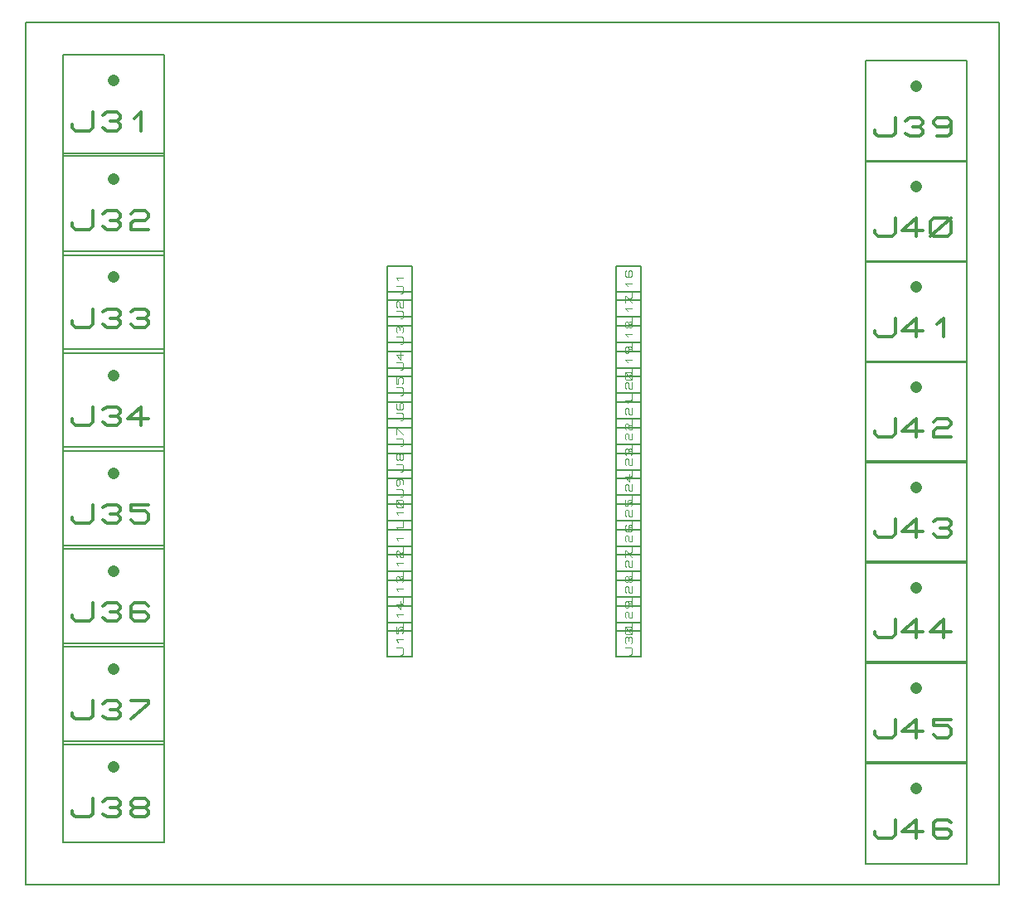
<source format=gbr>
G04 PROTEUS GERBER X2 FILE*
%TF.GenerationSoftware,Labcenter,Proteus,8.10-SP3-Build29560*%
%TF.CreationDate,2021-05-28T10:11:14+00:00*%
%TF.FileFunction,AssemblyDrawing,Top*%
%TF.FilePolarity,Positive*%
%TF.Part,Single*%
%TF.SameCoordinates,{1a505028-ee0b-4b35-8f16-4c51c6c7aedb}*%
%FSLAX45Y45*%
%MOMM*%
G01*
%TA.AperFunction,Material*%
%ADD15C,0.203200*%
%ADD71C,1.219200*%
%ADD20C,0.314280*%
%ADD17C,0.152400*%
%ADD21C,0.115140*%
%TA.AperFunction,Profile*%
%ADD14C,0.203200*%
%TD.AperFunction*%
D15*
X-5842160Y+11019840D02*
X-4805840Y+11019840D01*
X-4805840Y+12056160D01*
X-5842160Y+12056160D01*
X-5842160Y+11019840D01*
D71*
X-5324000Y+11792000D02*
X-5324000Y+11792000D01*
D20*
X-5748279Y+11344011D02*
X-5748279Y+11312583D01*
X-5712923Y+11281155D01*
X-5571496Y+11281155D01*
X-5536140Y+11312583D01*
X-5536140Y+11469724D01*
X-5430070Y+11438296D02*
X-5394713Y+11469724D01*
X-5288643Y+11469724D01*
X-5253287Y+11438296D01*
X-5253287Y+11406868D01*
X-5288643Y+11375440D01*
X-5253287Y+11344011D01*
X-5253287Y+11312583D01*
X-5288643Y+11281155D01*
X-5394713Y+11281155D01*
X-5430070Y+11312583D01*
X-5359357Y+11375440D02*
X-5288643Y+11375440D01*
X-4970434Y+11406868D02*
X-5005790Y+11375440D01*
X-5111860Y+11375440D01*
X-5147217Y+11406868D01*
X-5147217Y+11438296D01*
X-5111860Y+11469724D01*
X-5005790Y+11469724D01*
X-4970434Y+11438296D01*
X-4970434Y+11312583D01*
X-5005790Y+11281155D01*
X-5111860Y+11281155D01*
D15*
X-5842160Y+9995840D02*
X-4805840Y+9995840D01*
X-4805840Y+11032160D01*
X-5842160Y+11032160D01*
X-5842160Y+9995840D01*
D71*
X-5324000Y+10768000D02*
X-5324000Y+10768000D01*
D20*
X-5748279Y+10320011D02*
X-5748279Y+10288583D01*
X-5712923Y+10257155D01*
X-5571496Y+10257155D01*
X-5536140Y+10288583D01*
X-5536140Y+10445724D01*
X-5253287Y+10320011D02*
X-5465426Y+10320011D01*
X-5324000Y+10445724D01*
X-5324000Y+10257155D01*
X-5182573Y+10288583D02*
X-5182573Y+10414296D01*
X-5147217Y+10445724D01*
X-5005790Y+10445724D01*
X-4970434Y+10414296D01*
X-4970434Y+10288583D01*
X-5005790Y+10257155D01*
X-5147217Y+10257155D01*
X-5182573Y+10288583D01*
X-5182573Y+10257155D02*
X-4970434Y+10445724D01*
D15*
X-5842160Y+8971840D02*
X-4805840Y+8971840D01*
X-4805840Y+10008160D01*
X-5842160Y+10008160D01*
X-5842160Y+8971840D01*
D71*
X-5324000Y+9744000D02*
X-5324000Y+9744000D01*
D20*
X-5748279Y+9296011D02*
X-5748279Y+9264583D01*
X-5712923Y+9233155D01*
X-5571496Y+9233155D01*
X-5536140Y+9264583D01*
X-5536140Y+9421724D01*
X-5253287Y+9296011D02*
X-5465426Y+9296011D01*
X-5324000Y+9421724D01*
X-5324000Y+9233155D01*
X-5111860Y+9358868D02*
X-5041147Y+9421724D01*
X-5041147Y+9233155D01*
D15*
X-5842160Y+7947840D02*
X-4805840Y+7947840D01*
X-4805840Y+8984160D01*
X-5842160Y+8984160D01*
X-5842160Y+7947840D01*
D71*
X-5324000Y+8720000D02*
X-5324000Y+8720000D01*
D20*
X-5748279Y+8272011D02*
X-5748279Y+8240583D01*
X-5712923Y+8209155D01*
X-5571496Y+8209155D01*
X-5536140Y+8240583D01*
X-5536140Y+8397724D01*
X-5253287Y+8272011D02*
X-5465426Y+8272011D01*
X-5324000Y+8397724D01*
X-5324000Y+8209155D01*
X-5147217Y+8366296D02*
X-5111860Y+8397724D01*
X-5005790Y+8397724D01*
X-4970434Y+8366296D01*
X-4970434Y+8334868D01*
X-5005790Y+8303440D01*
X-5111860Y+8303440D01*
X-5147217Y+8272011D01*
X-5147217Y+8209155D01*
X-4970434Y+8209155D01*
D15*
X-5842160Y+6923840D02*
X-4805840Y+6923840D01*
X-4805840Y+7960160D01*
X-5842160Y+7960160D01*
X-5842160Y+6923840D01*
D71*
X-5324000Y+7696000D02*
X-5324000Y+7696000D01*
D20*
X-5748279Y+7248011D02*
X-5748279Y+7216583D01*
X-5712923Y+7185155D01*
X-5571496Y+7185155D01*
X-5536140Y+7216583D01*
X-5536140Y+7373724D01*
X-5253287Y+7248011D02*
X-5465426Y+7248011D01*
X-5324000Y+7373724D01*
X-5324000Y+7185155D01*
X-5147217Y+7342296D02*
X-5111860Y+7373724D01*
X-5005790Y+7373724D01*
X-4970434Y+7342296D01*
X-4970434Y+7310868D01*
X-5005790Y+7279440D01*
X-4970434Y+7248011D01*
X-4970434Y+7216583D01*
X-5005790Y+7185155D01*
X-5111860Y+7185155D01*
X-5147217Y+7216583D01*
X-5076504Y+7279440D02*
X-5005790Y+7279440D01*
D15*
X-5842160Y+5899840D02*
X-4805840Y+5899840D01*
X-4805840Y+6936160D01*
X-5842160Y+6936160D01*
X-5842160Y+5899840D01*
D71*
X-5324000Y+6672000D02*
X-5324000Y+6672000D01*
D20*
X-5748279Y+6224011D02*
X-5748279Y+6192583D01*
X-5712923Y+6161155D01*
X-5571496Y+6161155D01*
X-5536140Y+6192583D01*
X-5536140Y+6349724D01*
X-5253287Y+6224011D02*
X-5465426Y+6224011D01*
X-5324000Y+6349724D01*
X-5324000Y+6161155D01*
X-4970434Y+6224011D02*
X-5182573Y+6224011D01*
X-5041147Y+6349724D01*
X-5041147Y+6161155D01*
D15*
X-5842160Y+4875840D02*
X-4805840Y+4875840D01*
X-4805840Y+5912160D01*
X-5842160Y+5912160D01*
X-5842160Y+4875840D01*
D71*
X-5324000Y+5648000D02*
X-5324000Y+5648000D01*
D20*
X-5748279Y+5200011D02*
X-5748279Y+5168583D01*
X-5712923Y+5137155D01*
X-5571496Y+5137155D01*
X-5536140Y+5168583D01*
X-5536140Y+5325724D01*
X-5253287Y+5200011D02*
X-5465426Y+5200011D01*
X-5324000Y+5325724D01*
X-5324000Y+5137155D01*
X-4970434Y+5325724D02*
X-5147217Y+5325724D01*
X-5147217Y+5262868D01*
X-5005790Y+5262868D01*
X-4970434Y+5231440D01*
X-4970434Y+5168583D01*
X-5005790Y+5137155D01*
X-5111860Y+5137155D01*
X-5147217Y+5168583D01*
D15*
X-5842160Y+3851840D02*
X-4805840Y+3851840D01*
X-4805840Y+4888160D01*
X-5842160Y+4888160D01*
X-5842160Y+3851840D01*
D71*
X-5324000Y+4624000D02*
X-5324000Y+4624000D01*
D20*
X-5748279Y+4176011D02*
X-5748279Y+4144583D01*
X-5712923Y+4113155D01*
X-5571496Y+4113155D01*
X-5536140Y+4144583D01*
X-5536140Y+4301724D01*
X-5253287Y+4176011D02*
X-5465426Y+4176011D01*
X-5324000Y+4301724D01*
X-5324000Y+4113155D01*
X-4970434Y+4270296D02*
X-5005790Y+4301724D01*
X-5111860Y+4301724D01*
X-5147217Y+4270296D01*
X-5147217Y+4144583D01*
X-5111860Y+4113155D01*
X-5005790Y+4113155D01*
X-4970434Y+4144583D01*
X-4970434Y+4176011D01*
X-5005790Y+4207440D01*
X-5147217Y+4207440D01*
D17*
X-10725400Y+9604740D02*
X-10473940Y+9604740D01*
X-10473940Y+9955260D01*
X-10725400Y+9955260D01*
X-10725400Y+9604740D01*
X-10473940Y+9604740D01*
X-10473940Y+9955260D01*
X-10725400Y+9955260D01*
X-10725400Y+9604740D01*
D21*
X-10588155Y+9676369D02*
X-10576640Y+9676369D01*
X-10565126Y+9689322D01*
X-10565126Y+9741138D01*
X-10576640Y+9754092D01*
X-10634213Y+9754092D01*
X-10611184Y+9805907D02*
X-10634213Y+9831815D01*
X-10565126Y+9831815D01*
D17*
X-10725400Y+9344740D02*
X-10473940Y+9344740D01*
X-10473940Y+9695260D01*
X-10725400Y+9695260D01*
X-10725400Y+9344740D01*
X-10473940Y+9344740D01*
X-10473940Y+9695260D01*
X-10725400Y+9695260D01*
X-10725400Y+9344740D01*
D21*
X-10588155Y+9416369D02*
X-10576640Y+9416369D01*
X-10565126Y+9429322D01*
X-10565126Y+9481138D01*
X-10576640Y+9494092D01*
X-10634213Y+9494092D01*
X-10622699Y+9532953D02*
X-10634213Y+9545907D01*
X-10634213Y+9584769D01*
X-10622699Y+9597723D01*
X-10611184Y+9597723D01*
X-10599670Y+9584769D01*
X-10599670Y+9545907D01*
X-10588155Y+9532953D01*
X-10565126Y+9532953D01*
X-10565126Y+9597723D01*
D17*
X-10725400Y+9084740D02*
X-10473940Y+9084740D01*
X-10473940Y+9435260D01*
X-10725400Y+9435260D01*
X-10725400Y+9084740D01*
X-10473940Y+9084740D01*
X-10473940Y+9435260D01*
X-10725400Y+9435260D01*
X-10725400Y+9084740D01*
D21*
X-10588155Y+9156369D02*
X-10576640Y+9156369D01*
X-10565126Y+9169322D01*
X-10565126Y+9221138D01*
X-10576640Y+9234092D01*
X-10634213Y+9234092D01*
X-10622699Y+9272953D02*
X-10634213Y+9285907D01*
X-10634213Y+9324769D01*
X-10622699Y+9337723D01*
X-10611184Y+9337723D01*
X-10599670Y+9324769D01*
X-10588155Y+9337723D01*
X-10576640Y+9337723D01*
X-10565126Y+9324769D01*
X-10565126Y+9285907D01*
X-10576640Y+9272953D01*
X-10599670Y+9298861D02*
X-10599670Y+9324769D01*
D17*
X-10725400Y+8824740D02*
X-10473940Y+8824740D01*
X-10473940Y+9175260D01*
X-10725400Y+9175260D01*
X-10725400Y+8824740D01*
X-10473940Y+8824740D01*
X-10473940Y+9175260D01*
X-10725400Y+9175260D01*
X-10725400Y+8824740D01*
D21*
X-10588155Y+8896369D02*
X-10576640Y+8896369D01*
X-10565126Y+8909322D01*
X-10565126Y+8961138D01*
X-10576640Y+8974092D01*
X-10634213Y+8974092D01*
X-10588155Y+9077723D02*
X-10588155Y+9000000D01*
X-10634213Y+9051815D01*
X-10565126Y+9051815D01*
D17*
X-10725400Y+8564740D02*
X-10473940Y+8564740D01*
X-10473940Y+8915260D01*
X-10725400Y+8915260D01*
X-10725400Y+8564740D01*
X-10473940Y+8564740D01*
X-10473940Y+8915260D01*
X-10725400Y+8915260D01*
X-10725400Y+8564740D01*
D21*
X-10588155Y+8636369D02*
X-10576640Y+8636369D01*
X-10565126Y+8649322D01*
X-10565126Y+8701138D01*
X-10576640Y+8714092D01*
X-10634213Y+8714092D01*
X-10634213Y+8817723D02*
X-10634213Y+8752953D01*
X-10611184Y+8752953D01*
X-10611184Y+8804769D01*
X-10599670Y+8817723D01*
X-10576640Y+8817723D01*
X-10565126Y+8804769D01*
X-10565126Y+8765907D01*
X-10576640Y+8752953D01*
D17*
X-10725400Y+8304740D02*
X-10473940Y+8304740D01*
X-10473940Y+8655260D01*
X-10725400Y+8655260D01*
X-10725400Y+8304740D01*
X-10473940Y+8304740D01*
X-10473940Y+8655260D01*
X-10725400Y+8655260D01*
X-10725400Y+8304740D01*
D21*
X-10588155Y+8376369D02*
X-10576640Y+8376369D01*
X-10565126Y+8389322D01*
X-10565126Y+8441138D01*
X-10576640Y+8454092D01*
X-10634213Y+8454092D01*
X-10622699Y+8557723D02*
X-10634213Y+8544769D01*
X-10634213Y+8505907D01*
X-10622699Y+8492953D01*
X-10576640Y+8492953D01*
X-10565126Y+8505907D01*
X-10565126Y+8544769D01*
X-10576640Y+8557723D01*
X-10588155Y+8557723D01*
X-10599670Y+8544769D01*
X-10599670Y+8492953D01*
D17*
X-10725400Y+8044740D02*
X-10473940Y+8044740D01*
X-10473940Y+8395260D01*
X-10725400Y+8395260D01*
X-10725400Y+8044740D01*
X-10473940Y+8044740D01*
X-10473940Y+8395260D01*
X-10725400Y+8395260D01*
X-10725400Y+8044740D01*
D21*
X-10588155Y+8116369D02*
X-10576640Y+8116369D01*
X-10565126Y+8129322D01*
X-10565126Y+8181138D01*
X-10576640Y+8194092D01*
X-10634213Y+8194092D01*
X-10634213Y+8232953D02*
X-10634213Y+8297723D01*
X-10622699Y+8297723D01*
X-10565126Y+8232953D01*
D17*
X-10725400Y+7784740D02*
X-10473940Y+7784740D01*
X-10473940Y+8135260D01*
X-10725400Y+8135260D01*
X-10725400Y+7784740D01*
X-10473940Y+7784740D01*
X-10473940Y+8135260D01*
X-10725400Y+8135260D01*
X-10725400Y+7784740D01*
D21*
X-10588155Y+7856369D02*
X-10576640Y+7856369D01*
X-10565126Y+7869322D01*
X-10565126Y+7921138D01*
X-10576640Y+7934092D01*
X-10634213Y+7934092D01*
X-10599670Y+7985907D02*
X-10611184Y+7972953D01*
X-10622699Y+7972953D01*
X-10634213Y+7985907D01*
X-10634213Y+8024769D01*
X-10622699Y+8037723D01*
X-10611184Y+8037723D01*
X-10599670Y+8024769D01*
X-10599670Y+7985907D01*
X-10588155Y+7972953D01*
X-10576640Y+7972953D01*
X-10565126Y+7985907D01*
X-10565126Y+8024769D01*
X-10576640Y+8037723D01*
X-10588155Y+8037723D01*
X-10599670Y+8024769D01*
D17*
X-10725400Y+7524740D02*
X-10473940Y+7524740D01*
X-10473940Y+7875260D01*
X-10725400Y+7875260D01*
X-10725400Y+7524740D01*
X-10473940Y+7524740D01*
X-10473940Y+7875260D01*
X-10725400Y+7875260D01*
X-10725400Y+7524740D01*
D21*
X-10588155Y+7596369D02*
X-10576640Y+7596369D01*
X-10565126Y+7609322D01*
X-10565126Y+7661138D01*
X-10576640Y+7674092D01*
X-10634213Y+7674092D01*
X-10611184Y+7777723D02*
X-10599670Y+7764769D01*
X-10599670Y+7725907D01*
X-10611184Y+7712953D01*
X-10622699Y+7712953D01*
X-10634213Y+7725907D01*
X-10634213Y+7764769D01*
X-10622699Y+7777723D01*
X-10576640Y+7777723D01*
X-10565126Y+7764769D01*
X-10565126Y+7725907D01*
D17*
X-10725400Y+7264740D02*
X-10473940Y+7264740D01*
X-10473940Y+7615260D01*
X-10725400Y+7615260D01*
X-10725400Y+7264740D01*
X-10473940Y+7264740D01*
X-10473940Y+7615260D01*
X-10725400Y+7615260D01*
X-10725400Y+7264740D01*
D21*
X-10588155Y+7284554D02*
X-10576640Y+7284554D01*
X-10565126Y+7297507D01*
X-10565126Y+7349323D01*
X-10576640Y+7362277D01*
X-10634213Y+7362277D01*
X-10611184Y+7414092D02*
X-10634213Y+7440000D01*
X-10565126Y+7440000D01*
X-10576640Y+7491816D02*
X-10622699Y+7491816D01*
X-10634213Y+7504769D01*
X-10634213Y+7556585D01*
X-10622699Y+7569539D01*
X-10576640Y+7569539D01*
X-10565126Y+7556585D01*
X-10565126Y+7504769D01*
X-10576640Y+7491816D01*
X-10565126Y+7491816D02*
X-10634213Y+7569539D01*
D17*
X-10725400Y+7004740D02*
X-10473940Y+7004740D01*
X-10473940Y+7355260D01*
X-10725400Y+7355260D01*
X-10725400Y+7004740D01*
X-10473940Y+7004740D01*
X-10473940Y+7355260D01*
X-10725400Y+7355260D01*
X-10725400Y+7004740D01*
D21*
X-10588155Y+7024554D02*
X-10576640Y+7024554D01*
X-10565126Y+7037507D01*
X-10565126Y+7089323D01*
X-10576640Y+7102277D01*
X-10634213Y+7102277D01*
X-10611184Y+7154092D02*
X-10634213Y+7180000D01*
X-10565126Y+7180000D01*
X-10611184Y+7257723D02*
X-10634213Y+7283631D01*
X-10565126Y+7283631D01*
D17*
X-10725400Y+6744740D02*
X-10473940Y+6744740D01*
X-10473940Y+7095260D01*
X-10725400Y+7095260D01*
X-10725400Y+6744740D01*
X-10473940Y+6744740D01*
X-10473940Y+7095260D01*
X-10725400Y+7095260D01*
X-10725400Y+6744740D01*
D21*
X-10588155Y+6764554D02*
X-10576640Y+6764554D01*
X-10565126Y+6777507D01*
X-10565126Y+6829323D01*
X-10576640Y+6842277D01*
X-10634213Y+6842277D01*
X-10611184Y+6894092D02*
X-10634213Y+6920000D01*
X-10565126Y+6920000D01*
X-10622699Y+6984769D02*
X-10634213Y+6997723D01*
X-10634213Y+7036585D01*
X-10622699Y+7049539D01*
X-10611184Y+7049539D01*
X-10599670Y+7036585D01*
X-10599670Y+6997723D01*
X-10588155Y+6984769D01*
X-10565126Y+6984769D01*
X-10565126Y+7049539D01*
D17*
X-10725400Y+6484740D02*
X-10473940Y+6484740D01*
X-10473940Y+6835260D01*
X-10725400Y+6835260D01*
X-10725400Y+6484740D01*
X-10473940Y+6484740D01*
X-10473940Y+6835260D01*
X-10725400Y+6835260D01*
X-10725400Y+6484740D01*
D21*
X-10588155Y+6504554D02*
X-10576640Y+6504554D01*
X-10565126Y+6517507D01*
X-10565126Y+6569323D01*
X-10576640Y+6582277D01*
X-10634213Y+6582277D01*
X-10611184Y+6634092D02*
X-10634213Y+6660000D01*
X-10565126Y+6660000D01*
X-10622699Y+6724769D02*
X-10634213Y+6737723D01*
X-10634213Y+6776585D01*
X-10622699Y+6789539D01*
X-10611184Y+6789539D01*
X-10599670Y+6776585D01*
X-10588155Y+6789539D01*
X-10576640Y+6789539D01*
X-10565126Y+6776585D01*
X-10565126Y+6737723D01*
X-10576640Y+6724769D01*
X-10599670Y+6750677D02*
X-10599670Y+6776585D01*
D17*
X-10725400Y+6224740D02*
X-10473940Y+6224740D01*
X-10473940Y+6575260D01*
X-10725400Y+6575260D01*
X-10725400Y+6224740D01*
X-10473940Y+6224740D01*
X-10473940Y+6575260D01*
X-10725400Y+6575260D01*
X-10725400Y+6224740D01*
D21*
X-10588155Y+6244554D02*
X-10576640Y+6244554D01*
X-10565126Y+6257507D01*
X-10565126Y+6309323D01*
X-10576640Y+6322277D01*
X-10634213Y+6322277D01*
X-10611184Y+6374092D02*
X-10634213Y+6400000D01*
X-10565126Y+6400000D01*
X-10588155Y+6529539D02*
X-10588155Y+6451816D01*
X-10634213Y+6503631D01*
X-10565126Y+6503631D01*
D17*
X-10725400Y+5964740D02*
X-10473940Y+5964740D01*
X-10473940Y+6315260D01*
X-10725400Y+6315260D01*
X-10725400Y+5964740D01*
X-10473940Y+5964740D01*
X-10473940Y+6315260D01*
X-10725400Y+6315260D01*
X-10725400Y+5964740D01*
D21*
X-10588155Y+5984554D02*
X-10576640Y+5984554D01*
X-10565126Y+5997507D01*
X-10565126Y+6049323D01*
X-10576640Y+6062277D01*
X-10634213Y+6062277D01*
X-10611184Y+6114092D02*
X-10634213Y+6140000D01*
X-10565126Y+6140000D01*
X-10634213Y+6269539D02*
X-10634213Y+6204769D01*
X-10611184Y+6204769D01*
X-10611184Y+6256585D01*
X-10599670Y+6269539D01*
X-10576640Y+6269539D01*
X-10565126Y+6256585D01*
X-10565126Y+6217723D01*
X-10576640Y+6204769D01*
D17*
X-8134600Y+9955260D02*
X-8386060Y+9955260D01*
X-8386060Y+9604740D01*
X-8134600Y+9604740D01*
X-8134600Y+9955260D01*
X-8386060Y+9955260D01*
X-8386060Y+9604740D01*
X-8134600Y+9604740D01*
X-8134600Y+9955260D01*
D21*
X-8248815Y+9624554D02*
X-8237300Y+9624554D01*
X-8225786Y+9637507D01*
X-8225786Y+9689323D01*
X-8237300Y+9702277D01*
X-8294873Y+9702277D01*
X-8271844Y+9754092D02*
X-8294873Y+9780000D01*
X-8225786Y+9780000D01*
X-8283359Y+9909539D02*
X-8294873Y+9896585D01*
X-8294873Y+9857723D01*
X-8283359Y+9844769D01*
X-8237300Y+9844769D01*
X-8225786Y+9857723D01*
X-8225786Y+9896585D01*
X-8237300Y+9909539D01*
X-8248815Y+9909539D01*
X-8260330Y+9896585D01*
X-8260330Y+9844769D01*
D17*
X-8134600Y+9695260D02*
X-8386060Y+9695260D01*
X-8386060Y+9344740D01*
X-8134600Y+9344740D01*
X-8134600Y+9695260D01*
X-8386060Y+9695260D01*
X-8386060Y+9344740D01*
X-8134600Y+9344740D01*
X-8134600Y+9695260D01*
D21*
X-8248815Y+9364554D02*
X-8237300Y+9364554D01*
X-8225786Y+9377507D01*
X-8225786Y+9429323D01*
X-8237300Y+9442277D01*
X-8294873Y+9442277D01*
X-8271844Y+9494092D02*
X-8294873Y+9520000D01*
X-8225786Y+9520000D01*
X-8294873Y+9584769D02*
X-8294873Y+9649539D01*
X-8283359Y+9649539D01*
X-8225786Y+9584769D01*
D17*
X-8134600Y+9435260D02*
X-8386060Y+9435260D01*
X-8386060Y+9084740D01*
X-8134600Y+9084740D01*
X-8134600Y+9435260D01*
X-8386060Y+9435260D01*
X-8386060Y+9084740D01*
X-8134600Y+9084740D01*
X-8134600Y+9435260D01*
D21*
X-8248815Y+9104554D02*
X-8237300Y+9104554D01*
X-8225786Y+9117507D01*
X-8225786Y+9169323D01*
X-8237300Y+9182277D01*
X-8294873Y+9182277D01*
X-8271844Y+9234092D02*
X-8294873Y+9260000D01*
X-8225786Y+9260000D01*
X-8260330Y+9337723D02*
X-8271844Y+9324769D01*
X-8283359Y+9324769D01*
X-8294873Y+9337723D01*
X-8294873Y+9376585D01*
X-8283359Y+9389539D01*
X-8271844Y+9389539D01*
X-8260330Y+9376585D01*
X-8260330Y+9337723D01*
X-8248815Y+9324769D01*
X-8237300Y+9324769D01*
X-8225786Y+9337723D01*
X-8225786Y+9376585D01*
X-8237300Y+9389539D01*
X-8248815Y+9389539D01*
X-8260330Y+9376585D01*
D17*
X-8134600Y+9175260D02*
X-8386060Y+9175260D01*
X-8386060Y+8824740D01*
X-8134600Y+8824740D01*
X-8134600Y+9175260D01*
X-8386060Y+9175260D01*
X-8386060Y+8824740D01*
X-8134600Y+8824740D01*
X-8134600Y+9175260D01*
D21*
X-8248815Y+8844554D02*
X-8237300Y+8844554D01*
X-8225786Y+8857507D01*
X-8225786Y+8909323D01*
X-8237300Y+8922277D01*
X-8294873Y+8922277D01*
X-8271844Y+8974092D02*
X-8294873Y+9000000D01*
X-8225786Y+9000000D01*
X-8271844Y+9129539D02*
X-8260330Y+9116585D01*
X-8260330Y+9077723D01*
X-8271844Y+9064769D01*
X-8283359Y+9064769D01*
X-8294873Y+9077723D01*
X-8294873Y+9116585D01*
X-8283359Y+9129539D01*
X-8237300Y+9129539D01*
X-8225786Y+9116585D01*
X-8225786Y+9077723D01*
D17*
X-8134600Y+8915260D02*
X-8386060Y+8915260D01*
X-8386060Y+8564740D01*
X-8134600Y+8564740D01*
X-8134600Y+8915260D01*
X-8386060Y+8915260D01*
X-8386060Y+8564740D01*
X-8134600Y+8564740D01*
X-8134600Y+8915260D01*
D21*
X-8248815Y+8584554D02*
X-8237300Y+8584554D01*
X-8225786Y+8597507D01*
X-8225786Y+8649323D01*
X-8237300Y+8662277D01*
X-8294873Y+8662277D01*
X-8283359Y+8701138D02*
X-8294873Y+8714092D01*
X-8294873Y+8752954D01*
X-8283359Y+8765908D01*
X-8271844Y+8765908D01*
X-8260330Y+8752954D01*
X-8260330Y+8714092D01*
X-8248815Y+8701138D01*
X-8225786Y+8701138D01*
X-8225786Y+8765908D01*
X-8237300Y+8791816D02*
X-8283359Y+8791816D01*
X-8294873Y+8804769D01*
X-8294873Y+8856585D01*
X-8283359Y+8869539D01*
X-8237300Y+8869539D01*
X-8225786Y+8856585D01*
X-8225786Y+8804769D01*
X-8237300Y+8791816D01*
X-8225786Y+8791816D02*
X-8294873Y+8869539D01*
D17*
X-8134600Y+8655260D02*
X-8386060Y+8655260D01*
X-8386060Y+8304740D01*
X-8134600Y+8304740D01*
X-8134600Y+8655260D01*
X-8386060Y+8655260D01*
X-8386060Y+8304740D01*
X-8134600Y+8304740D01*
X-8134600Y+8655260D01*
D21*
X-8248815Y+8324554D02*
X-8237300Y+8324554D01*
X-8225786Y+8337507D01*
X-8225786Y+8389323D01*
X-8237300Y+8402277D01*
X-8294873Y+8402277D01*
X-8283359Y+8441138D02*
X-8294873Y+8454092D01*
X-8294873Y+8492954D01*
X-8283359Y+8505908D01*
X-8271844Y+8505908D01*
X-8260330Y+8492954D01*
X-8260330Y+8454092D01*
X-8248815Y+8441138D01*
X-8225786Y+8441138D01*
X-8225786Y+8505908D01*
X-8271844Y+8557723D02*
X-8294873Y+8583631D01*
X-8225786Y+8583631D01*
D17*
X-8134600Y+8395260D02*
X-8386060Y+8395260D01*
X-8386060Y+8044740D01*
X-8134600Y+8044740D01*
X-8134600Y+8395260D01*
X-8386060Y+8395260D01*
X-8386060Y+8044740D01*
X-8134600Y+8044740D01*
X-8134600Y+8395260D01*
D21*
X-8248815Y+8064554D02*
X-8237300Y+8064554D01*
X-8225786Y+8077507D01*
X-8225786Y+8129323D01*
X-8237300Y+8142277D01*
X-8294873Y+8142277D01*
X-8283359Y+8181138D02*
X-8294873Y+8194092D01*
X-8294873Y+8232954D01*
X-8283359Y+8245908D01*
X-8271844Y+8245908D01*
X-8260330Y+8232954D01*
X-8260330Y+8194092D01*
X-8248815Y+8181138D01*
X-8225786Y+8181138D01*
X-8225786Y+8245908D01*
X-8283359Y+8284769D02*
X-8294873Y+8297723D01*
X-8294873Y+8336585D01*
X-8283359Y+8349539D01*
X-8271844Y+8349539D01*
X-8260330Y+8336585D01*
X-8260330Y+8297723D01*
X-8248815Y+8284769D01*
X-8225786Y+8284769D01*
X-8225786Y+8349539D01*
D17*
X-8134600Y+8135260D02*
X-8386060Y+8135260D01*
X-8386060Y+7784740D01*
X-8134600Y+7784740D01*
X-8134600Y+8135260D01*
X-8386060Y+8135260D01*
X-8386060Y+7784740D01*
X-8134600Y+7784740D01*
X-8134600Y+8135260D01*
D21*
X-8248815Y+7804554D02*
X-8237300Y+7804554D01*
X-8225786Y+7817507D01*
X-8225786Y+7869323D01*
X-8237300Y+7882277D01*
X-8294873Y+7882277D01*
X-8283359Y+7921138D02*
X-8294873Y+7934092D01*
X-8294873Y+7972954D01*
X-8283359Y+7985908D01*
X-8271844Y+7985908D01*
X-8260330Y+7972954D01*
X-8260330Y+7934092D01*
X-8248815Y+7921138D01*
X-8225786Y+7921138D01*
X-8225786Y+7985908D01*
X-8283359Y+8024769D02*
X-8294873Y+8037723D01*
X-8294873Y+8076585D01*
X-8283359Y+8089539D01*
X-8271844Y+8089539D01*
X-8260330Y+8076585D01*
X-8248815Y+8089539D01*
X-8237300Y+8089539D01*
X-8225786Y+8076585D01*
X-8225786Y+8037723D01*
X-8237300Y+8024769D01*
X-8260330Y+8050677D02*
X-8260330Y+8076585D01*
D17*
X-8134600Y+7875260D02*
X-8386060Y+7875260D01*
X-8386060Y+7524740D01*
X-8134600Y+7524740D01*
X-8134600Y+7875260D01*
X-8386060Y+7875260D01*
X-8386060Y+7524740D01*
X-8134600Y+7524740D01*
X-8134600Y+7875260D01*
D21*
X-8248815Y+7544554D02*
X-8237300Y+7544554D01*
X-8225786Y+7557507D01*
X-8225786Y+7609323D01*
X-8237300Y+7622277D01*
X-8294873Y+7622277D01*
X-8283359Y+7661138D02*
X-8294873Y+7674092D01*
X-8294873Y+7712954D01*
X-8283359Y+7725908D01*
X-8271844Y+7725908D01*
X-8260330Y+7712954D01*
X-8260330Y+7674092D01*
X-8248815Y+7661138D01*
X-8225786Y+7661138D01*
X-8225786Y+7725908D01*
X-8248815Y+7829539D02*
X-8248815Y+7751816D01*
X-8294873Y+7803631D01*
X-8225786Y+7803631D01*
D17*
X-8134600Y+7615260D02*
X-8386060Y+7615260D01*
X-8386060Y+7264740D01*
X-8134600Y+7264740D01*
X-8134600Y+7615260D01*
X-8386060Y+7615260D01*
X-8386060Y+7264740D01*
X-8134600Y+7264740D01*
X-8134600Y+7615260D01*
D21*
X-8248815Y+7284554D02*
X-8237300Y+7284554D01*
X-8225786Y+7297507D01*
X-8225786Y+7349323D01*
X-8237300Y+7362277D01*
X-8294873Y+7362277D01*
X-8283359Y+7401138D02*
X-8294873Y+7414092D01*
X-8294873Y+7452954D01*
X-8283359Y+7465908D01*
X-8271844Y+7465908D01*
X-8260330Y+7452954D01*
X-8260330Y+7414092D01*
X-8248815Y+7401138D01*
X-8225786Y+7401138D01*
X-8225786Y+7465908D01*
X-8294873Y+7569539D02*
X-8294873Y+7504769D01*
X-8271844Y+7504769D01*
X-8271844Y+7556585D01*
X-8260330Y+7569539D01*
X-8237300Y+7569539D01*
X-8225786Y+7556585D01*
X-8225786Y+7517723D01*
X-8237300Y+7504769D01*
D17*
X-8134600Y+7355260D02*
X-8386060Y+7355260D01*
X-8386060Y+7004740D01*
X-8134600Y+7004740D01*
X-8134600Y+7355260D01*
X-8386060Y+7355260D01*
X-8386060Y+7004740D01*
X-8134600Y+7004740D01*
X-8134600Y+7355260D01*
D21*
X-8248815Y+7024554D02*
X-8237300Y+7024554D01*
X-8225786Y+7037507D01*
X-8225786Y+7089323D01*
X-8237300Y+7102277D01*
X-8294873Y+7102277D01*
X-8283359Y+7141138D02*
X-8294873Y+7154092D01*
X-8294873Y+7192954D01*
X-8283359Y+7205908D01*
X-8271844Y+7205908D01*
X-8260330Y+7192954D01*
X-8260330Y+7154092D01*
X-8248815Y+7141138D01*
X-8225786Y+7141138D01*
X-8225786Y+7205908D01*
X-8283359Y+7309539D02*
X-8294873Y+7296585D01*
X-8294873Y+7257723D01*
X-8283359Y+7244769D01*
X-8237300Y+7244769D01*
X-8225786Y+7257723D01*
X-8225786Y+7296585D01*
X-8237300Y+7309539D01*
X-8248815Y+7309539D01*
X-8260330Y+7296585D01*
X-8260330Y+7244769D01*
D17*
X-8134600Y+7095260D02*
X-8386060Y+7095260D01*
X-8386060Y+6744740D01*
X-8134600Y+6744740D01*
X-8134600Y+7095260D01*
X-8386060Y+7095260D01*
X-8386060Y+6744740D01*
X-8134600Y+6744740D01*
X-8134600Y+7095260D01*
D21*
X-8248815Y+6764554D02*
X-8237300Y+6764554D01*
X-8225786Y+6777507D01*
X-8225786Y+6829323D01*
X-8237300Y+6842277D01*
X-8294873Y+6842277D01*
X-8283359Y+6881138D02*
X-8294873Y+6894092D01*
X-8294873Y+6932954D01*
X-8283359Y+6945908D01*
X-8271844Y+6945908D01*
X-8260330Y+6932954D01*
X-8260330Y+6894092D01*
X-8248815Y+6881138D01*
X-8225786Y+6881138D01*
X-8225786Y+6945908D01*
X-8294873Y+6984769D02*
X-8294873Y+7049539D01*
X-8283359Y+7049539D01*
X-8225786Y+6984769D01*
D17*
X-8134600Y+6835260D02*
X-8386060Y+6835260D01*
X-8386060Y+6484740D01*
X-8134600Y+6484740D01*
X-8134600Y+6835260D01*
X-8386060Y+6835260D01*
X-8386060Y+6484740D01*
X-8134600Y+6484740D01*
X-8134600Y+6835260D01*
D21*
X-8248815Y+6504554D02*
X-8237300Y+6504554D01*
X-8225786Y+6517507D01*
X-8225786Y+6569323D01*
X-8237300Y+6582277D01*
X-8294873Y+6582277D01*
X-8283359Y+6621138D02*
X-8294873Y+6634092D01*
X-8294873Y+6672954D01*
X-8283359Y+6685908D01*
X-8271844Y+6685908D01*
X-8260330Y+6672954D01*
X-8260330Y+6634092D01*
X-8248815Y+6621138D01*
X-8225786Y+6621138D01*
X-8225786Y+6685908D01*
X-8260330Y+6737723D02*
X-8271844Y+6724769D01*
X-8283359Y+6724769D01*
X-8294873Y+6737723D01*
X-8294873Y+6776585D01*
X-8283359Y+6789539D01*
X-8271844Y+6789539D01*
X-8260330Y+6776585D01*
X-8260330Y+6737723D01*
X-8248815Y+6724769D01*
X-8237300Y+6724769D01*
X-8225786Y+6737723D01*
X-8225786Y+6776585D01*
X-8237300Y+6789539D01*
X-8248815Y+6789539D01*
X-8260330Y+6776585D01*
D17*
X-8134600Y+6575260D02*
X-8386060Y+6575260D01*
X-8386060Y+6224740D01*
X-8134600Y+6224740D01*
X-8134600Y+6575260D01*
X-8386060Y+6575260D01*
X-8386060Y+6224740D01*
X-8134600Y+6224740D01*
X-8134600Y+6575260D01*
D21*
X-8248815Y+6244554D02*
X-8237300Y+6244554D01*
X-8225786Y+6257507D01*
X-8225786Y+6309323D01*
X-8237300Y+6322277D01*
X-8294873Y+6322277D01*
X-8283359Y+6361138D02*
X-8294873Y+6374092D01*
X-8294873Y+6412954D01*
X-8283359Y+6425908D01*
X-8271844Y+6425908D01*
X-8260330Y+6412954D01*
X-8260330Y+6374092D01*
X-8248815Y+6361138D01*
X-8225786Y+6361138D01*
X-8225786Y+6425908D01*
X-8271844Y+6529539D02*
X-8260330Y+6516585D01*
X-8260330Y+6477723D01*
X-8271844Y+6464769D01*
X-8283359Y+6464769D01*
X-8294873Y+6477723D01*
X-8294873Y+6516585D01*
X-8283359Y+6529539D01*
X-8237300Y+6529539D01*
X-8225786Y+6516585D01*
X-8225786Y+6477723D01*
D17*
X-8134600Y+6315260D02*
X-8386060Y+6315260D01*
X-8386060Y+5964740D01*
X-8134600Y+5964740D01*
X-8134600Y+6315260D01*
X-8386060Y+6315260D01*
X-8386060Y+5964740D01*
X-8134600Y+5964740D01*
X-8134600Y+6315260D01*
D21*
X-8248815Y+5984554D02*
X-8237300Y+5984554D01*
X-8225786Y+5997507D01*
X-8225786Y+6049323D01*
X-8237300Y+6062277D01*
X-8294873Y+6062277D01*
X-8283359Y+6101138D02*
X-8294873Y+6114092D01*
X-8294873Y+6152954D01*
X-8283359Y+6165908D01*
X-8271844Y+6165908D01*
X-8260330Y+6152954D01*
X-8248815Y+6165908D01*
X-8237300Y+6165908D01*
X-8225786Y+6152954D01*
X-8225786Y+6114092D01*
X-8237300Y+6101138D01*
X-8260330Y+6127046D02*
X-8260330Y+6152954D01*
X-8237300Y+6191816D02*
X-8283359Y+6191816D01*
X-8294873Y+6204769D01*
X-8294873Y+6256585D01*
X-8283359Y+6269539D01*
X-8237300Y+6269539D01*
X-8225786Y+6256585D01*
X-8225786Y+6204769D01*
X-8237300Y+6191816D01*
X-8225786Y+6191816D02*
X-8294873Y+6269539D01*
D14*
X-14420000Y+3640000D02*
X-4480000Y+3640000D01*
X-4480000Y+12440000D01*
X-14420000Y+12440000D01*
X-14420000Y+3640000D01*
D15*
X-14038160Y+11075840D02*
X-13001840Y+11075840D01*
X-13001840Y+12112160D01*
X-14038160Y+12112160D01*
X-14038160Y+11075840D01*
D71*
X-13520000Y+11848000D02*
X-13520000Y+11848000D01*
D20*
X-13944279Y+11400011D02*
X-13944279Y+11368583D01*
X-13908923Y+11337155D01*
X-13767496Y+11337155D01*
X-13732140Y+11368583D01*
X-13732140Y+11525724D01*
X-13626070Y+11494296D02*
X-13590713Y+11525724D01*
X-13484643Y+11525724D01*
X-13449287Y+11494296D01*
X-13449287Y+11462868D01*
X-13484643Y+11431440D01*
X-13449287Y+11400011D01*
X-13449287Y+11368583D01*
X-13484643Y+11337155D01*
X-13590713Y+11337155D01*
X-13626070Y+11368583D01*
X-13555357Y+11431440D02*
X-13484643Y+11431440D01*
X-13307860Y+11462868D02*
X-13237147Y+11525724D01*
X-13237147Y+11337155D01*
D15*
X-14038160Y+10067840D02*
X-13001840Y+10067840D01*
X-13001840Y+11104160D01*
X-14038160Y+11104160D01*
X-14038160Y+10067840D01*
D71*
X-13520000Y+10840000D02*
X-13520000Y+10840000D01*
D20*
X-13944279Y+10392011D02*
X-13944279Y+10360583D01*
X-13908923Y+10329155D01*
X-13767496Y+10329155D01*
X-13732140Y+10360583D01*
X-13732140Y+10517724D01*
X-13626070Y+10486296D02*
X-13590713Y+10517724D01*
X-13484643Y+10517724D01*
X-13449287Y+10486296D01*
X-13449287Y+10454868D01*
X-13484643Y+10423440D01*
X-13449287Y+10392011D01*
X-13449287Y+10360583D01*
X-13484643Y+10329155D01*
X-13590713Y+10329155D01*
X-13626070Y+10360583D01*
X-13555357Y+10423440D02*
X-13484643Y+10423440D01*
X-13343217Y+10486296D02*
X-13307860Y+10517724D01*
X-13201790Y+10517724D01*
X-13166434Y+10486296D01*
X-13166434Y+10454868D01*
X-13201790Y+10423440D01*
X-13307860Y+10423440D01*
X-13343217Y+10392011D01*
X-13343217Y+10329155D01*
X-13166434Y+10329155D01*
D15*
X-14038160Y+9067840D02*
X-13001840Y+9067840D01*
X-13001840Y+10104160D01*
X-14038160Y+10104160D01*
X-14038160Y+9067840D01*
D71*
X-13520000Y+9840000D02*
X-13520000Y+9840000D01*
D20*
X-13944279Y+9392011D02*
X-13944279Y+9360583D01*
X-13908923Y+9329155D01*
X-13767496Y+9329155D01*
X-13732140Y+9360583D01*
X-13732140Y+9517724D01*
X-13626070Y+9486296D02*
X-13590713Y+9517724D01*
X-13484643Y+9517724D01*
X-13449287Y+9486296D01*
X-13449287Y+9454868D01*
X-13484643Y+9423440D01*
X-13449287Y+9392011D01*
X-13449287Y+9360583D01*
X-13484643Y+9329155D01*
X-13590713Y+9329155D01*
X-13626070Y+9360583D01*
X-13555357Y+9423440D02*
X-13484643Y+9423440D01*
X-13343217Y+9486296D02*
X-13307860Y+9517724D01*
X-13201790Y+9517724D01*
X-13166434Y+9486296D01*
X-13166434Y+9454868D01*
X-13201790Y+9423440D01*
X-13166434Y+9392011D01*
X-13166434Y+9360583D01*
X-13201790Y+9329155D01*
X-13307860Y+9329155D01*
X-13343217Y+9360583D01*
X-13272504Y+9423440D02*
X-13201790Y+9423440D01*
D15*
X-14038160Y+8067840D02*
X-13001840Y+8067840D01*
X-13001840Y+9104160D01*
X-14038160Y+9104160D01*
X-14038160Y+8067840D01*
D71*
X-13520000Y+8840000D02*
X-13520000Y+8840000D01*
D20*
X-13944279Y+8392011D02*
X-13944279Y+8360583D01*
X-13908923Y+8329155D01*
X-13767496Y+8329155D01*
X-13732140Y+8360583D01*
X-13732140Y+8517724D01*
X-13626070Y+8486296D02*
X-13590713Y+8517724D01*
X-13484643Y+8517724D01*
X-13449287Y+8486296D01*
X-13449287Y+8454868D01*
X-13484643Y+8423440D01*
X-13449287Y+8392011D01*
X-13449287Y+8360583D01*
X-13484643Y+8329155D01*
X-13590713Y+8329155D01*
X-13626070Y+8360583D01*
X-13555357Y+8423440D02*
X-13484643Y+8423440D01*
X-13166434Y+8392011D02*
X-13378573Y+8392011D01*
X-13237147Y+8517724D01*
X-13237147Y+8329155D01*
D15*
X-14038160Y+7067840D02*
X-13001840Y+7067840D01*
X-13001840Y+8104160D01*
X-14038160Y+8104160D01*
X-14038160Y+7067840D01*
D71*
X-13520000Y+7840000D02*
X-13520000Y+7840000D01*
D20*
X-13944279Y+7392011D02*
X-13944279Y+7360583D01*
X-13908923Y+7329155D01*
X-13767496Y+7329155D01*
X-13732140Y+7360583D01*
X-13732140Y+7517724D01*
X-13626070Y+7486296D02*
X-13590713Y+7517724D01*
X-13484643Y+7517724D01*
X-13449287Y+7486296D01*
X-13449287Y+7454868D01*
X-13484643Y+7423440D01*
X-13449287Y+7392011D01*
X-13449287Y+7360583D01*
X-13484643Y+7329155D01*
X-13590713Y+7329155D01*
X-13626070Y+7360583D01*
X-13555357Y+7423440D02*
X-13484643Y+7423440D01*
X-13166434Y+7517724D02*
X-13343217Y+7517724D01*
X-13343217Y+7454868D01*
X-13201790Y+7454868D01*
X-13166434Y+7423440D01*
X-13166434Y+7360583D01*
X-13201790Y+7329155D01*
X-13307860Y+7329155D01*
X-13343217Y+7360583D01*
D15*
X-14038160Y+6067840D02*
X-13001840Y+6067840D01*
X-13001840Y+7104160D01*
X-14038160Y+7104160D01*
X-14038160Y+6067840D01*
D71*
X-13520000Y+6840000D02*
X-13520000Y+6840000D01*
D20*
X-13944279Y+6392011D02*
X-13944279Y+6360583D01*
X-13908923Y+6329155D01*
X-13767496Y+6329155D01*
X-13732140Y+6360583D01*
X-13732140Y+6517724D01*
X-13626070Y+6486296D02*
X-13590713Y+6517724D01*
X-13484643Y+6517724D01*
X-13449287Y+6486296D01*
X-13449287Y+6454868D01*
X-13484643Y+6423440D01*
X-13449287Y+6392011D01*
X-13449287Y+6360583D01*
X-13484643Y+6329155D01*
X-13590713Y+6329155D01*
X-13626070Y+6360583D01*
X-13555357Y+6423440D02*
X-13484643Y+6423440D01*
X-13166434Y+6486296D02*
X-13201790Y+6517724D01*
X-13307860Y+6517724D01*
X-13343217Y+6486296D01*
X-13343217Y+6360583D01*
X-13307860Y+6329155D01*
X-13201790Y+6329155D01*
X-13166434Y+6360583D01*
X-13166434Y+6392011D01*
X-13201790Y+6423440D01*
X-13343217Y+6423440D01*
D15*
X-14038160Y+5067840D02*
X-13001840Y+5067840D01*
X-13001840Y+6104160D01*
X-14038160Y+6104160D01*
X-14038160Y+5067840D01*
D71*
X-13520000Y+5840000D02*
X-13520000Y+5840000D01*
D20*
X-13944279Y+5392011D02*
X-13944279Y+5360583D01*
X-13908923Y+5329155D01*
X-13767496Y+5329155D01*
X-13732140Y+5360583D01*
X-13732140Y+5517724D01*
X-13626070Y+5486296D02*
X-13590713Y+5517724D01*
X-13484643Y+5517724D01*
X-13449287Y+5486296D01*
X-13449287Y+5454868D01*
X-13484643Y+5423440D01*
X-13449287Y+5392011D01*
X-13449287Y+5360583D01*
X-13484643Y+5329155D01*
X-13590713Y+5329155D01*
X-13626070Y+5360583D01*
X-13555357Y+5423440D02*
X-13484643Y+5423440D01*
X-13343217Y+5517724D02*
X-13166434Y+5517724D01*
X-13166434Y+5486296D01*
X-13343217Y+5329155D01*
D15*
X-14038160Y+4067840D02*
X-13001840Y+4067840D01*
X-13001840Y+5104160D01*
X-14038160Y+5104160D01*
X-14038160Y+4067840D01*
D71*
X-13520000Y+4840000D02*
X-13520000Y+4840000D01*
D20*
X-13944279Y+4392011D02*
X-13944279Y+4360583D01*
X-13908923Y+4329155D01*
X-13767496Y+4329155D01*
X-13732140Y+4360583D01*
X-13732140Y+4517724D01*
X-13626070Y+4486296D02*
X-13590713Y+4517724D01*
X-13484643Y+4517724D01*
X-13449287Y+4486296D01*
X-13449287Y+4454868D01*
X-13484643Y+4423440D01*
X-13449287Y+4392011D01*
X-13449287Y+4360583D01*
X-13484643Y+4329155D01*
X-13590713Y+4329155D01*
X-13626070Y+4360583D01*
X-13555357Y+4423440D02*
X-13484643Y+4423440D01*
X-13307860Y+4423440D02*
X-13343217Y+4454868D01*
X-13343217Y+4486296D01*
X-13307860Y+4517724D01*
X-13201790Y+4517724D01*
X-13166434Y+4486296D01*
X-13166434Y+4454868D01*
X-13201790Y+4423440D01*
X-13307860Y+4423440D01*
X-13343217Y+4392011D01*
X-13343217Y+4360583D01*
X-13307860Y+4329155D01*
X-13201790Y+4329155D01*
X-13166434Y+4360583D01*
X-13166434Y+4392011D01*
X-13201790Y+4423440D01*
M02*

</source>
